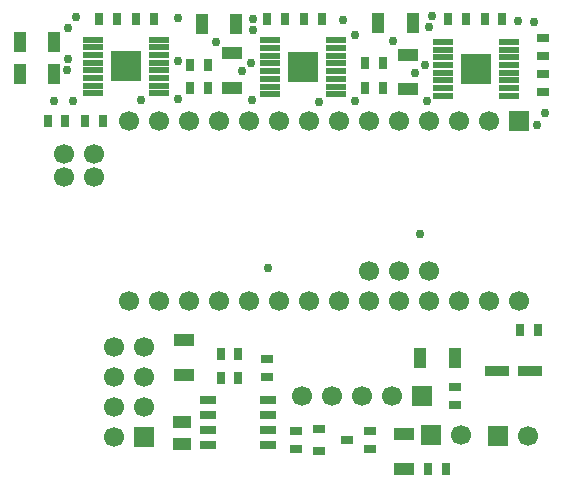
<source format=gts>
G04 Layer_Color=8388736*
%FSLAX25Y25*%
%MOIN*%
G70*
G01*
G75*
%ADD32R,0.04331X0.07087*%
%ADD33R,0.07087X0.04331*%
%ADD34R,0.03150X0.04331*%
%ADD35R,0.09882X0.10472*%
%ADD36R,0.06890X0.01968*%
%ADD37R,0.04331X0.03150*%
%ADD38R,0.04488X0.02716*%
%ADD39R,0.05488X0.02988*%
%ADD40R,0.07874X0.03347*%
%ADD41R,0.05905X0.04331*%
%ADD42C,0.06693*%
%ADD43R,0.06693X0.06693*%
%ADD44R,0.06693X0.06693*%
%ADD45C,0.02953*%
D32*
X165354Y491634D02*
D03*
X176772D02*
D03*
X235531Y491929D02*
D03*
X224114D02*
D03*
X104626Y474803D02*
D03*
X116043D02*
D03*
X238091Y380020D02*
D03*
X249508D02*
D03*
X116043Y485433D02*
D03*
X104626D02*
D03*
D33*
X175394Y481693D02*
D03*
Y470276D02*
D03*
X234154Y469783D02*
D03*
Y481201D02*
D03*
X232579Y354724D02*
D03*
Y343307D02*
D03*
X159252Y374606D02*
D03*
Y386024D02*
D03*
D34*
X240650Y343209D02*
D03*
X246555D02*
D03*
X247441Y493209D02*
D03*
X253346D02*
D03*
X271457Y389370D02*
D03*
X277362D02*
D03*
X132193Y459055D02*
D03*
X126287D02*
D03*
X177461Y381398D02*
D03*
X171555D02*
D03*
X177461Y373622D02*
D03*
X171555D02*
D03*
X149311Y493110D02*
D03*
X143406D02*
D03*
X205217Y493209D02*
D03*
X199311D02*
D03*
X265453Y493110D02*
D03*
X259547D02*
D03*
X161319Y470276D02*
D03*
X167225D02*
D03*
X167224Y477953D02*
D03*
X161319D02*
D03*
X219783Y470177D02*
D03*
X225689D02*
D03*
X225689Y478642D02*
D03*
X219783D02*
D03*
X131004Y493209D02*
D03*
X136910D02*
D03*
X187002D02*
D03*
X192907D02*
D03*
X113878Y459055D02*
D03*
X119783D02*
D03*
D35*
X256693Y476575D02*
D03*
X198917Y477067D02*
D03*
X139862Y477362D02*
D03*
D36*
X245669Y485532D02*
D03*
Y482972D02*
D03*
Y480413D02*
D03*
Y477854D02*
D03*
Y475295D02*
D03*
Y472736D02*
D03*
Y470177D02*
D03*
Y467618D02*
D03*
X267717Y485532D02*
D03*
Y482972D02*
D03*
Y480413D02*
D03*
Y477854D02*
D03*
Y475295D02*
D03*
Y472736D02*
D03*
Y470177D02*
D03*
Y467618D02*
D03*
X209941Y468110D02*
D03*
Y470669D02*
D03*
Y473228D02*
D03*
Y475787D02*
D03*
Y478346D02*
D03*
Y480905D02*
D03*
Y483465D02*
D03*
Y486024D02*
D03*
X187894Y468110D02*
D03*
Y470669D02*
D03*
Y473228D02*
D03*
Y475787D02*
D03*
Y478346D02*
D03*
Y480905D02*
D03*
Y483465D02*
D03*
Y486024D02*
D03*
X128839Y486319D02*
D03*
Y483760D02*
D03*
Y481201D02*
D03*
Y478642D02*
D03*
Y476083D02*
D03*
Y473524D02*
D03*
Y470965D02*
D03*
Y468405D02*
D03*
X150886Y486319D02*
D03*
Y483760D02*
D03*
Y481201D02*
D03*
Y478642D02*
D03*
Y476083D02*
D03*
Y473524D02*
D03*
Y470965D02*
D03*
Y468405D02*
D03*
D37*
X278839Y486811D02*
D03*
Y480905D02*
D03*
X187008Y379725D02*
D03*
Y373819D02*
D03*
X249705Y370472D02*
D03*
Y364567D02*
D03*
X221260Y355906D02*
D03*
Y350000D02*
D03*
X278839Y468897D02*
D03*
Y474803D02*
D03*
X196654Y355807D02*
D03*
Y349902D02*
D03*
D38*
X204390Y356496D02*
D03*
Y349016D02*
D03*
X213721Y352756D02*
D03*
D39*
X187311Y351063D02*
D03*
Y356063D02*
D03*
Y361063D02*
D03*
Y366063D02*
D03*
X167413Y351063D02*
D03*
Y356063D02*
D03*
Y361063D02*
D03*
Y366063D02*
D03*
D40*
X263583Y375984D02*
D03*
X274606D02*
D03*
D41*
X158563Y358957D02*
D03*
Y351476D02*
D03*
D42*
X119410Y448183D02*
D03*
X129410D02*
D03*
X251752Y354528D02*
D03*
X119410Y440551D02*
D03*
X129410D02*
D03*
X228681Y367618D02*
D03*
X218681D02*
D03*
X208681D02*
D03*
X198681D02*
D03*
X146063Y363937D02*
D03*
Y373937D02*
D03*
Y383937D02*
D03*
X136063Y353937D02*
D03*
Y363937D02*
D03*
Y373937D02*
D03*
Y383937D02*
D03*
X274094Y354232D02*
D03*
X261102Y459154D02*
D03*
X251102D02*
D03*
X241102D02*
D03*
X231102D02*
D03*
X221102D02*
D03*
X211102D02*
D03*
X201102D02*
D03*
X191102D02*
D03*
X181102D02*
D03*
X171102D02*
D03*
X161102D02*
D03*
X151102D02*
D03*
X141102D02*
D03*
X271102Y399311D02*
D03*
X261102D02*
D03*
X251102D02*
D03*
X241102D02*
D03*
X231102D02*
D03*
X221102D02*
D03*
X211102D02*
D03*
X201102D02*
D03*
X191102D02*
D03*
X181102D02*
D03*
X171102D02*
D03*
X161102D02*
D03*
X151102D02*
D03*
X141102D02*
D03*
X221102Y409311D02*
D03*
X231102D02*
D03*
X241102D02*
D03*
D43*
X241752Y354528D02*
D03*
X238681Y367618D02*
D03*
X264094Y354232D02*
D03*
D44*
X146063Y353937D02*
D03*
X271102Y459154D02*
D03*
D45*
X238120Y421555D02*
D03*
X187205Y410039D02*
D03*
X228839Y485925D02*
D03*
X120571Y490059D02*
D03*
X123228Y493799D02*
D03*
X242028Y494095D02*
D03*
X182382Y493209D02*
D03*
X170079Y485630D02*
D03*
X115945Y465945D02*
D03*
X212303Y492913D02*
D03*
X204331Y465650D02*
D03*
X275886Y492323D02*
D03*
X279528Y461713D02*
D03*
X276969Y457972D02*
D03*
X240846Y490650D02*
D03*
X270768Y492618D02*
D03*
X182382Y489370D02*
D03*
X120669Y479921D02*
D03*
X178789Y475738D02*
D03*
X157382Y479331D02*
D03*
X157185Y493602D02*
D03*
X120472Y476083D02*
D03*
X122441Y465945D02*
D03*
X157480Y466634D02*
D03*
X145079Y466339D02*
D03*
X216240Y487697D02*
D03*
X216437Y465748D02*
D03*
X182087Y466339D02*
D03*
X240354Y465748D02*
D03*
X239776Y477756D02*
D03*
X236417Y475197D02*
D03*
X181693Y478346D02*
D03*
M02*

</source>
